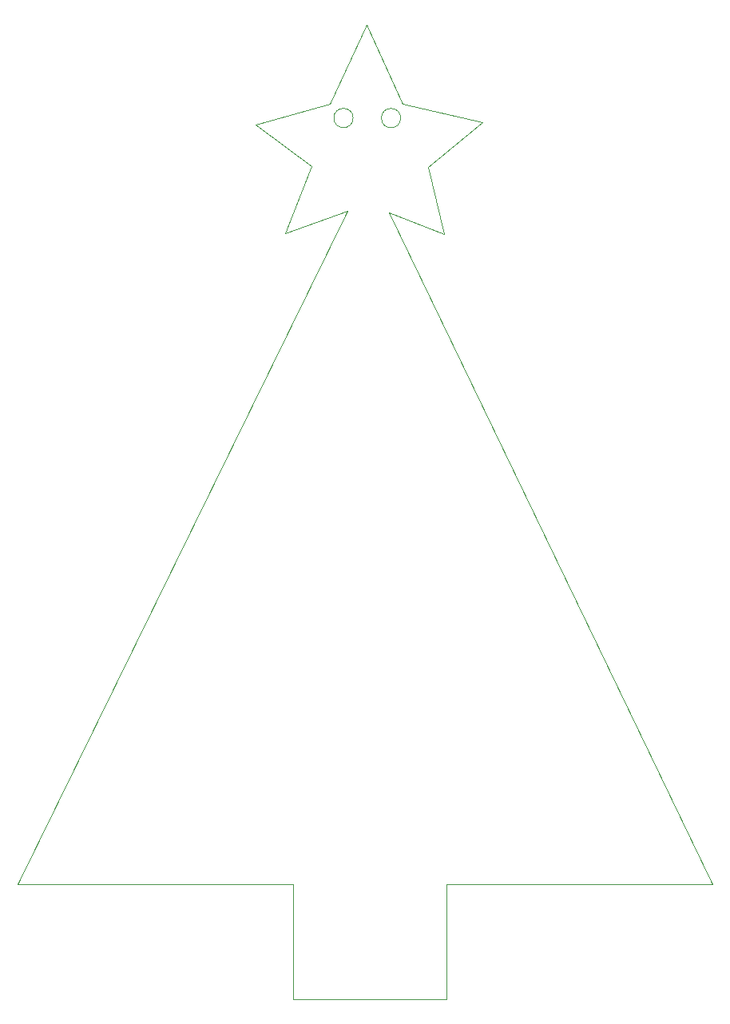
<source format=gbr>
%TF.GenerationSoftware,KiCad,Pcbnew,(5.1.10-1-10_14)*%
%TF.CreationDate,2021-11-29T00:45:18-05:00*%
%TF.ProjectId,christmas-ornament-pcb,63687269-7374-46d6-9173-2d6f726e616d,rev?*%
%TF.SameCoordinates,Original*%
%TF.FileFunction,Profile,NP*%
%FSLAX46Y46*%
G04 Gerber Fmt 4.6, Leading zero omitted, Abs format (unit mm)*
G04 Created by KiCad (PCBNEW (5.1.10-1-10_14)) date 2021-11-29 00:45:18*
%MOMM*%
%LPD*%
G01*
G04 APERTURE LIST*
%TA.AperFunction,Profile*%
%ADD10C,0.050000*%
%TD*%
G04 APERTURE END LIST*
D10*
X153381763Y-44250000D02*
G75*
G03*
X153381763Y-44250000I-1021763J0D01*
G01*
X148340000Y-44240000D02*
G75*
G03*
X148340000Y-44240000I-1021763J0D01*
G01*
X158010000Y-56520000D02*
X152100000Y-54260000D01*
X141170000Y-56490000D02*
X147710000Y-54090000D01*
X156290000Y-49400000D02*
X158010000Y-56520000D01*
X162070000Y-44670000D02*
X156290000Y-49400000D01*
X153620000Y-42710000D02*
X162070000Y-44670000D01*
X149750000Y-34350000D02*
X153620000Y-42710000D01*
X145900000Y-42780000D02*
X149750000Y-34350000D01*
X137980000Y-44930000D02*
X145900000Y-42780000D01*
X143900000Y-49380000D02*
X137980000Y-44930000D01*
X141170000Y-56490000D02*
X143900000Y-49380000D01*
X147710000Y-54090000D02*
X112776000Y-125476000D01*
X152100000Y-54260000D02*
X186436000Y-125476000D01*
X158242000Y-137668000D02*
X158242000Y-125476000D01*
X141986000Y-137668000D02*
X141986000Y-125476000D01*
X186436000Y-125476000D02*
X158242000Y-125476000D01*
X112776000Y-125476000D02*
X141986000Y-125476000D01*
X158242000Y-137668000D02*
X141986000Y-137668000D01*
M02*

</source>
